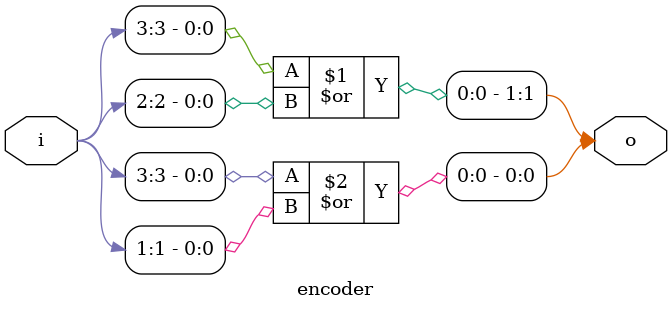
<source format=v>
module encoder (i,o);
input [3:0] i;
output [1:0] o;

or(o[1],i[3],i[2]);
or(o[0],i[3],i[1]);
endmodule

</source>
